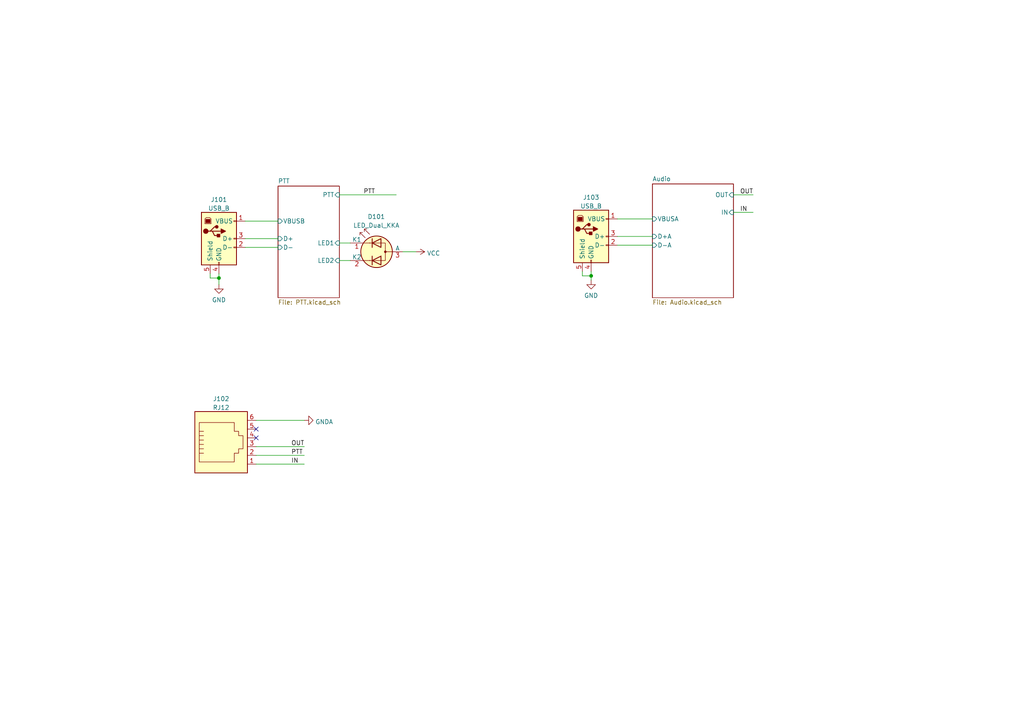
<source format=kicad_sch>
(kicad_sch (version 20211123) (generator eeschema)
  (paper "A4")
  (lib_symbols
    (symbol "Connector:RJ12" (pin_names (offset 1.016))
      (property "Reference" "J" (at -5.08 11.43 0))
      (property "Value" "RJ12" (at 2.54 11.43 0))
      (symbol "RJ12_0_1"
        (polyline (pts (xy -6.35 -1.905) (xy -5.08 -1.905) (xy -5.08 -1.905)))
        (polyline (pts (xy -6.35 -0.635) (xy -5.08 -0.635) (xy -5.08 -0.635)))
        (polyline (pts (xy -6.35 0.635) (xy -5.08 0.635) (xy -5.08 0.635)))
        (polyline (pts (xy -6.35 1.905) (xy -5.08 1.905) (xy -5.08 1.905)))
        (polyline (pts (xy -6.35 3.175) (xy -5.08 3.175) (xy -5.08 3.175)))
        (polyline (pts (xy -5.08 4.445) (xy -6.35 4.445) (xy -6.35 4.445)))
        (polyline (pts (xy -6.35 -4.445) (xy -6.35 6.985) (xy 3.81 6.985) (xy 3.81 4.445) (xy 5.08 4.445) (xy 5.08 3.175) (xy 6.35 3.175) (xy 6.35 -0.635) (xy 5.08 -0.635) (xy 5.08 -1.905) (xy 3.81 -1.905) (xy 3.81 -4.445) (xy -6.35 -4.445) (xy -6.35 -4.445)))
        (rectangle (start 7.62 10.16) (end -7.62 -7.62) (stroke (width 0.254)) (fill (type background)))
      )
      (symbol "RJ12_1_1"
        (pin passive line (at 10.16 -5.08 180) (length 2.54) (name "~") (number "1"))
        (pin passive line (at 10.16 -2.54 180) (length 2.54) (name "~") (number "2"))
        (pin passive line (at 10.16 0 180) (length 2.54) (name "~") (number "3"))
        (pin passive line (at 10.16 2.54 180) (length 2.54) (name "~") (number "4"))
        (pin passive line (at 10.16 5.08 180) (length 2.54) (name "~") (number "5"))
        (pin passive line (at 10.16 7.62 180) (length 2.54) (name "~") (number "6"))
      )
    )
    (symbol "Connector:USB_B" (pin_names (offset 1.016))
      (property "Reference" "J" (at -5.08 11.43 0))
      (property "Value" "USB_B" (at -5.08 8.89 0))
      (symbol "USB_B_0_1"
        (rectangle (start -5.08 -7.62) (end 5.08 7.62) (stroke (width 0.254)) (fill (type background)))
        (circle (center -3.81 2.159) (radius 0.635) (stroke (width 0.254)) (fill (type outline)))
        (rectangle (start -3.81 5.588) (end -2.54 4.572) (fill (type outline)))
        (circle (center -0.635 3.429) (radius 0.381) (stroke (width 0.254)) (fill (type outline)))
        (rectangle (start -0.127 -7.62) (end 0.127 -6.858))
        (polyline (pts (xy -1.905 2.159) (xy 0.635 2.159)) (stroke (width 0.254)))
        (polyline (pts (xy -3.175 2.159) (xy -2.54 2.159) (xy -1.27 3.429) (xy -0.635 3.429)) (stroke (width 0.254)))
        (polyline (pts (xy -2.54 2.159) (xy -1.905 2.159) (xy -1.27 0.889) (xy 0 0.889)) (stroke (width 0.254)))
        (polyline (pts (xy 0.635 2.794) (xy 0.635 1.524) (xy 1.905 2.159) (xy 0.635 2.794)) (stroke (width 0.254)) (fill (type outline)))
        (polyline (pts (xy -4.064 4.318) (xy -2.286 4.318) (xy -2.286 5.715) (xy -2.667 6.096) (xy -3.683 6.096) (xy -4.064 5.715) (xy -4.064 4.318)))
        (rectangle (start 0.254 1.27) (end -0.508 0.508) (stroke (width 0.254)) (fill (type outline)))
        (rectangle (start 5.08 -2.667) (end 4.318 -2.413))
        (rectangle (start 5.08 -0.127) (end 4.318 0.127))
        (rectangle (start 5.08 4.953) (end 4.318 5.207))
      )
      (symbol "USB_B_1_1"
        (pin power_out line (at 7.62 5.08 180) (length 2.54) (name "VBUS") (number "1"))
        (pin bidirectional line (at 7.62 -2.54 180) (length 2.54) (name "D-") (number "2"))
        (pin bidirectional line (at 7.62 0 180) (length 2.54) (name "D+") (number "3"))
        (pin power_out line (at 0 -10.16 90) (length 2.54) (name "GND") (number "4"))
        (pin passive line (at -2.54 -10.16 90) (length 2.54) (name "Shield") (number "5"))
      )
    )
    (symbol "Device:LED_Dual_KKA" (pin_names (offset 0))
      (property "Reference" "D" (at 0 5.715 0))
      (property "Value" "LED_Dual_KKA" (at 0 -6.35 0))
      (symbol "LED_Dual_KKA_0_1"
        (circle (center -2.54 0) (radius 0.2794) (fill (type outline)))
        (polyline (pts (xy -4.572 0) (xy -2.54 0)))
        (polyline (pts (xy 1.27 -1.27) (xy 1.27 -3.81)) (stroke (width 0.254)))
        (polyline (pts (xy 1.27 3.81) (xy 1.27 1.27)) (stroke (width 0.254)))
        (polyline (pts (xy 3.81 -2.54) (xy 1.905 -2.54)))
        (polyline (pts (xy 3.81 2.54) (xy 1.905 2.54)))
        (polyline (pts (xy -1.27 -1.27) (xy -1.27 -3.81) (xy 1.27 -2.54) (xy -1.27 -1.27)) (stroke (width 0.254)))
        (polyline (pts (xy -1.27 3.81) (xy -1.27 1.27) (xy 1.27 2.54) (xy -1.27 3.81)) (stroke (width 0.254)))
        (polyline (pts (xy 2.032 2.54) (xy -2.54 2.54) (xy -2.54 -2.54) (xy 2.032 -2.54)))
        (polyline (pts (xy 2.032 5.08) (xy 3.556 6.604) (xy 2.794 6.604) (xy 3.556 6.604) (xy 3.556 5.842)))
        (polyline (pts (xy 3.302 4.064) (xy 4.826 5.588) (xy 4.064 5.588) (xy 4.826 5.588) (xy 4.826 4.826)))
        (circle (center 0 0) (radius 4.572) (stroke (width 0.254)) (fill (type background)))
      )
      (symbol "LED_Dual_KKA_1_1"
        (pin input line (at 7.62 2.54 180) (length 3.81) (name "K1") (number "1"))
        (pin input line (at 7.62 -2.54 180) (length 3.81) (name "K2") (number "2"))
        (pin input line (at -7.62 0 0) (length 3.048) (name "A") (number "3"))
      )
    )
    (symbol "power:GND" (power) (pin_names (offset 0))
      (property "Value" "GND" (at 0 -3.81 0))
      (symbol "GND_0_1"
        (polyline (pts (xy 0 0) (xy 0 -1.27) (xy 1.27 -1.27) (xy 0 -2.54) (xy -1.27 -1.27) (xy 0 -1.27)))
      )
      (symbol "GND_1_1"
        (pin power_in line (at 0 0 270) (length 0) hide (name "GND") (number "1"))
      )
    )
    (symbol "power:GNDA" (power) (pin_names (offset 0))
      (property "Value" "GNDA" (at 0 -3.81 0))
      (symbol "GNDA_0_1"
        (polyline (pts (xy 0 0) (xy 0 -1.27) (xy 1.27 -1.27) (xy 0 -2.54) (xy -1.27 -1.27) (xy 0 -1.27)))
      )
      (symbol "GNDA_1_1"
        (pin power_in line (at 0 0 270) (length 0) hide (name "GNDA") (number "1"))
      )
    )
    (symbol "power:VCC" (power) (pin_names (offset 0))
      (property "Value" "VCC" (at 0 3.81 0))
      (symbol "VCC_0_1"
        (polyline (pts (xy -0.762 1.27) (xy 0 2.54)))
        (polyline (pts (xy 0 0) (xy 0 2.54)))
        (polyline (pts (xy 0 2.54) (xy 0.762 1.27)))
      )
      (symbol "VCC_1_1"
        (pin power_in line (at 0 0 90) (length 0) hide (name "VCC") (number "1"))
      )
    )
  )
  (junction (at 63.5 80.645))
  (junction (at 171.45 80.01))
  (no_connect (at 74.295 127))
  (no_connect (at 74.295 124.46))
  (wire (pts (xy 168.91 78.74) (xy 168.91 80.01)))
  (wire (pts (xy 71.12 64.135) (xy 80.645 64.135)))
  (wire (pts (xy 98.425 75.565) (xy 101.6 75.565)))
  (wire (pts (xy 71.12 71.755) (xy 80.645 71.755)))
  (wire (pts (xy 63.5 79.375) (xy 63.5 80.645)))
  (wire (pts (xy 116.84 73.025) (xy 120.65 73.025)))
  (wire (pts (xy 60.96 80.645) (xy 63.5 80.645)))
  (wire (pts (xy 179.07 68.58) (xy 189.23 68.58)))
  (wire (pts (xy 60.96 79.375) (xy 60.96 80.645)))
  (wire (pts (xy 74.295 132.08) (xy 88.265 132.08)))
  (wire (pts (xy 212.725 56.515) (xy 218.44 56.515)))
  (wire (pts (xy 212.725 61.595) (xy 218.44 61.595)))
  (wire (pts (xy 171.45 80.01) (xy 171.45 81.28)))
  (wire (pts (xy 168.91 80.01) (xy 171.45 80.01)))
  (wire (pts (xy 63.5 80.645) (xy 63.5 82.55)))
  (wire (pts (xy 74.295 129.54) (xy 88.265 129.54)))
  (wire (pts (xy 71.12 69.215) (xy 80.645 69.215)))
  (wire (pts (xy 179.07 71.12) (xy 189.23 71.12)))
  (wire (pts (xy 74.295 134.62) (xy 88.265 134.62)))
  (wire (pts (xy 98.425 56.515) (xy 114.935 56.515)))
  (wire (pts (xy 98.425 70.485) (xy 101.6 70.485)))
  (wire (pts (xy 171.45 80.01) (xy 171.45 78.74)))
  (wire (pts (xy 179.07 63.5) (xy 189.23 63.5)))
  (wire (pts (xy 74.295 121.92) (xy 88.265 121.92)))
  (label "OUT" (at 214.63 56.515 0))
  (label "OUT" (at 84.455 129.54 0))
  (label "IN" (at 84.455 134.62 0))
  (label "IN" (at 214.63 61.595 0))
  (label "PTT" (at 84.455 132.08 0))
  (label "PTT" (at 105.41 56.515 0))
  (symbol (lib_id "Connector:USB_B") (at 63.5 69.215 0) (unit 1)
    (property "Reference" "J101" (at 63.5 57.8952 0))
    (property "Value" "USB_B" (at 63.5 60.4321 0))
    (property "Footprint" "Connector_USB:USB_B_OST_USB-B1HSxx_Horizontal" (effects hide))
    (property "Datasheet" " ~" (effects hide))
  )
  (symbol (lib_id "Connector:USB_B") (at 171.45 68.58 0) (unit 1)
    (property "Reference" "J103" (at 171.45 57.2602 0))
    (property "Value" "USB_B" (at 171.45 59.7971 0))
    (property "Footprint" "Connector_USB:USB_B_OST_USB-B1HSxx_Horizontal" (effects hide))
    (property "Datasheet" " ~" (effects hide))
  )
  (symbol (lib_id "Connector:RJ12") (at 64.135 129.54 0) (unit 1)
    (property "Reference" "J102" (at 64.135 115.6802 0))
    (property "Value" "RJ12" (at 64.135 118.2171 0))
    (property "Footprint" "f4deb-mod-library:RJ12" (effects hide))
  )
  (symbol (lib_id "power:GNDA") (at 88.265 121.92 90) (unit 1)
    (property "Reference" "#PWR0102" (effects hide))
    (property "Value" "GNDA" (at 91.44 122.3538 90) (effects (justify right)))
  )
  (symbol (lib_id "power:VCC") (at 120.65 73.025 270) (unit 1)
    (property "Reference" "#PWR0103" (effects hide))
    (property "Value" "VCC" (at 123.825 73.4588 90) (effects (justify left)))
  )
  (symbol (lib_id "Device:LED_Dual_KKA") (at 109.22 73.025 0) (mirror y) (unit 1)
    (property "Reference" "D101" (at 109.1565 62.8482 0))
    (property "Value" "LED_Dual_KKA" (at 109.1565 65.3851 0))
    (property "Footprint" "LED_SMD:LED_LiteOn_LTST-S326" (effects hide))
  )
  (symbol (lib_id "power:GND") (at 63.5 82.55 0) (unit 1)
    (property "Reference" "#PWR0101" (effects hide))
    (property "Value" "GND" (at 63.5 86.9934 0))
  )
  (symbol (lib_id "power:GND") (at 171.45 81.28 0) (unit 1)
    (property "Reference" "#PWR0104" (effects hide))
    (property "Value" "GND" (at 171.45 85.7234 0))
  )
  (sheet (at 189.23 53.34) (size 23.495 33.02) (stroke (width 0.1524))
    (property "Sheet name" "Audio" (at 189.23 52.6284 0) (effects (justify left bottom)))
    (property "Sheet file" "Audio.kicad_sch" (at 189.23 86.9446 0) (effects (justify left top)))
    (pin "VBUSA" input (at 189.23 63.5 180))
    (pin "D+A" input (at 189.23 68.58 180))
    (pin "D-A" input (at 189.23 71.12 180))
    (pin "IN" input (at 212.725 61.595 0))
    (pin "OUT" input (at 212.725 56.515 0))
  )
  (sheet (at 80.645 53.975) (size 17.78 32.385) (stroke (width 0.1524))
    (property "Sheet name" "PTT" (at 80.645 53.2634 0) (effects (justify left bottom)))
    (property "Sheet file" "PTT.kicad_sch" (at 80.645 86.9446 0) (effects (justify left top)))
    (pin "PTT" input (at 98.425 56.515 0))
    (pin "D-" input (at 80.645 71.755 180))
    (pin "D+" input (at 80.645 69.215 180))
    (pin "LED1" input (at 98.425 70.485 0))
    (pin "LED2" input (at 98.425 75.565 0))
    (pin "VBUSB" input (at 80.645 64.135 180))
  )
)
</source>
